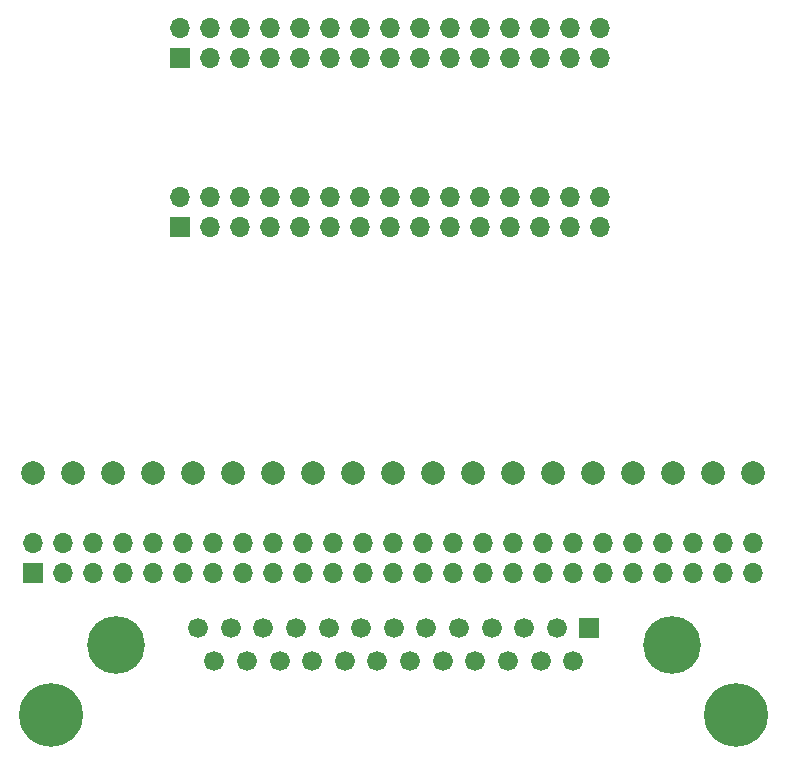
<source format=gbr>
%TF.GenerationSoftware,KiCad,Pcbnew,(5.99.0-9973-gfb99c55869)*%
%TF.CreationDate,2021-03-23T21:14:11-05:00*%
%TF.ProjectId,daisy_chain_board,64616973-795f-4636-9861-696e5f626f61,rev?*%
%TF.SameCoordinates,PX59d60c0PY325aa00*%
%TF.FileFunction,Soldermask,Bot*%
%TF.FilePolarity,Negative*%
%FSLAX46Y46*%
G04 Gerber Fmt 4.6, Leading zero omitted, Abs format (unit mm)*
G04 Created by KiCad (PCBNEW (5.99.0-9973-gfb99c55869)) date 2021-03-23 21:14:11*
%MOMM*%
%LPD*%
G01*
G04 APERTURE LIST*
%ADD10C,0.800000*%
%ADD11C,5.400000*%
%ADD12R,1.680000X1.680000*%
%ADD13C,1.680000*%
%ADD14C,4.890000*%
%ADD15R,1.700000X1.700000*%
%ADD16O,1.700000X1.700000*%
%ADD17C,2.000000*%
G04 APERTURE END LIST*
D10*
%TO.C,H5*%
X82368109Y-43631891D03*
X83800000Y-44225000D03*
X85825000Y-42200000D03*
X81775000Y-42200000D03*
X83800000Y-40175000D03*
X85231891Y-40768109D03*
D11*
X83800000Y-42200000D03*
D10*
X85231891Y-43631891D03*
X82368109Y-40768109D03*
%TD*%
D11*
%TO.C,H6*%
X141800000Y-42200000D03*
D10*
X143231891Y-40768109D03*
X140368109Y-43631891D03*
X140368109Y-40768109D03*
X143825000Y-42200000D03*
X141800000Y-40175000D03*
X139775000Y-42200000D03*
X143231891Y-43631891D03*
X141800000Y-44225000D03*
%TD*%
D12*
%TO.C,J8*%
X129421600Y-34830000D03*
D13*
X126660600Y-34830000D03*
X123899600Y-34830000D03*
X121138600Y-34830000D03*
X118377600Y-34830000D03*
X115616600Y-34830000D03*
X112855600Y-34830000D03*
X110094600Y-34830000D03*
X107333600Y-34830000D03*
X104572600Y-34830000D03*
X101811600Y-34830000D03*
X99050600Y-34830000D03*
X96288600Y-34830000D03*
X128040600Y-37670000D03*
X125279600Y-37670000D03*
X122518600Y-37670000D03*
X119757600Y-37670000D03*
X116996600Y-37670000D03*
X114235600Y-37670000D03*
X111474600Y-37670000D03*
X108713600Y-37670000D03*
X105952600Y-37670000D03*
X103191600Y-37670000D03*
X100430600Y-37670000D03*
X97669600Y-37670000D03*
D14*
X136381600Y-36250000D03*
X89341600Y-36250000D03*
%TD*%
D15*
%TO.C,J1*%
X94725200Y-895600D03*
D16*
X94725200Y1644400D03*
X97265200Y-895600D03*
X97265200Y1644400D03*
X99805200Y-895600D03*
X99805200Y1644400D03*
X102345200Y-895600D03*
X102345200Y1644400D03*
X104885200Y-895600D03*
X104885200Y1644400D03*
X107425200Y-895600D03*
X107425200Y1644400D03*
X109965200Y-895600D03*
X109965200Y1644400D03*
X112505200Y-895600D03*
X112505200Y1644400D03*
X115045200Y-895600D03*
X115045200Y1644400D03*
X117585200Y-895600D03*
X117585200Y1644400D03*
X120125200Y-895600D03*
X120125200Y1644400D03*
X122665200Y-895600D03*
X122665200Y1644400D03*
X125205200Y-895600D03*
X125205200Y1644400D03*
X127745200Y-895600D03*
X127745200Y1644400D03*
X130285200Y-895600D03*
X130285200Y1644400D03*
%TD*%
D17*
%TO.C,TP1*%
X82266500Y-21700000D03*
%TD*%
%TO.C,TP2*%
X85653166Y-21700000D03*
%TD*%
%TO.C,TP3*%
X89039832Y-21700000D03*
%TD*%
%TO.C,TP4*%
X92426498Y-21700000D03*
%TD*%
%TO.C,TP5*%
X95813164Y-21700000D03*
%TD*%
%TO.C,TP6*%
X99199830Y-21700000D03*
%TD*%
%TO.C,TP7*%
X102586496Y-21700000D03*
%TD*%
%TO.C,TP8*%
X105973162Y-21700000D03*
%TD*%
%TO.C,TP9*%
X109359828Y-21700000D03*
%TD*%
%TO.C,TP10*%
X112746494Y-21700000D03*
%TD*%
%TO.C,TP11*%
X116133160Y-21700000D03*
%TD*%
%TO.C,TP12*%
X119519826Y-21700000D03*
%TD*%
%TO.C,TP13*%
X122906492Y-21700000D03*
%TD*%
%TO.C,TP14*%
X126293158Y-21700000D03*
%TD*%
%TO.C,TP15*%
X129679824Y-21700000D03*
%TD*%
%TO.C,TP16*%
X133066490Y-21700000D03*
%TD*%
%TO.C,TP17*%
X136453156Y-21700000D03*
%TD*%
%TO.C,TP18*%
X139839822Y-21700000D03*
%TD*%
%TO.C,TP19*%
X143226488Y-21700000D03*
%TD*%
D15*
%TO.C,J2*%
X94725200Y13445600D03*
D16*
X94725200Y15985600D03*
X97265200Y13445600D03*
X97265200Y15985600D03*
X99805200Y13445600D03*
X99805200Y15985600D03*
X102345200Y13445600D03*
X102345200Y15985600D03*
X104885200Y13445600D03*
X104885200Y15985600D03*
X107425200Y13445600D03*
X107425200Y15985600D03*
X109965200Y13445600D03*
X109965200Y15985600D03*
X112505200Y13445600D03*
X112505200Y15985600D03*
X115045200Y13445600D03*
X115045200Y15985600D03*
X117585200Y13445600D03*
X117585200Y15985600D03*
X120125200Y13445600D03*
X120125200Y15985600D03*
X122665200Y13445600D03*
X122665200Y15985600D03*
X125205200Y13445600D03*
X125205200Y15985600D03*
X127745200Y13445600D03*
X127745200Y15985600D03*
X130285200Y13445600D03*
X130285200Y15985600D03*
%TD*%
D15*
%TO.C,J7*%
X82266500Y-30194500D03*
D16*
X82266500Y-27654500D03*
X84806500Y-30194500D03*
X84806500Y-27654500D03*
X87346500Y-30194500D03*
X87346500Y-27654500D03*
X89886500Y-30194500D03*
X89886500Y-27654500D03*
X92426500Y-30194500D03*
X92426500Y-27654500D03*
X94966500Y-30194500D03*
X94966500Y-27654500D03*
X97506500Y-30194500D03*
X97506500Y-27654500D03*
X100046500Y-30194500D03*
X100046500Y-27654500D03*
X102586500Y-30194500D03*
X102586500Y-27654500D03*
X105126500Y-30194500D03*
X105126500Y-27654500D03*
X107666500Y-30194500D03*
X107666500Y-27654500D03*
X110206500Y-30194500D03*
X110206500Y-27654500D03*
X112746500Y-30194500D03*
X112746500Y-27654500D03*
X115286500Y-30194500D03*
X115286500Y-27654500D03*
X117826500Y-30194500D03*
X117826500Y-27654500D03*
X120366500Y-30194500D03*
X120366500Y-27654500D03*
X122906500Y-30194500D03*
X122906500Y-27654500D03*
X125446500Y-30194500D03*
X125446500Y-27654500D03*
X127986500Y-30194500D03*
X127986500Y-27654500D03*
X130526500Y-30194500D03*
X130526500Y-27654500D03*
X133066500Y-30194500D03*
X133066500Y-27654500D03*
X135606500Y-30194500D03*
X135606500Y-27654500D03*
X138146500Y-30194500D03*
X138146500Y-27654500D03*
X140686500Y-30194500D03*
X140686500Y-27654500D03*
X143226500Y-30194500D03*
X143226500Y-27654500D03*
%TD*%
M02*

</source>
